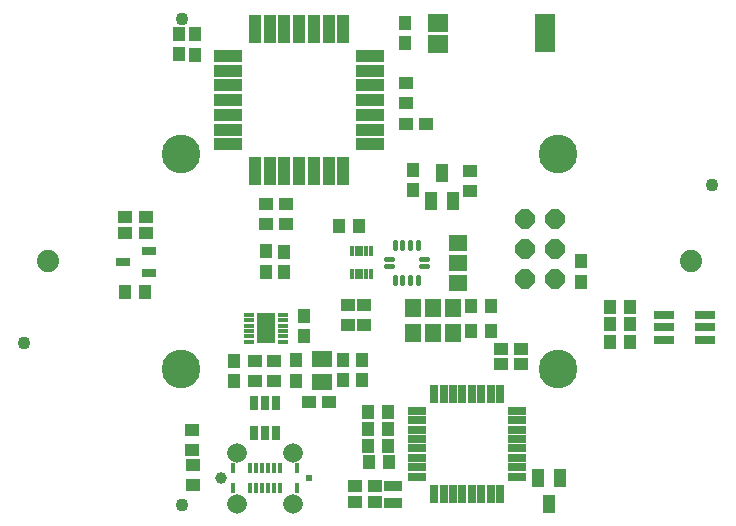
<source format=gbr>
G04 EAGLE Gerber RS-274X export*
G75*
%MOMM*%
%FSLAX34Y34*%
%LPD*%
%INSoldermask Top*%
%IPPOS*%
%AMOC8*
5,1,8,0,0,1.08239X$1,22.5*%
G01*
%ADD10C,3.276600*%
%ADD11C,1.886600*%
%ADD12R,2.401600X1.101600*%
%ADD13R,1.101600X2.401600*%
%ADD14R,0.701600X1.576600*%
%ADD15R,1.576600X0.701600*%
%ADD16R,0.326600X0.951600*%
%ADD17C,0.451600*%
%ADD18R,1.801600X1.551600*%
%ADD19R,1.801600X3.301600*%
%ADD20R,1.201600X1.101600*%
%ADD21R,1.101600X1.201600*%
%ADD22R,1.101600X1.501600*%
%ADD23R,1.401600X1.601600*%
%ADD24R,1.601600X1.401600*%
%ADD25R,1.251600X0.701600*%
%ADD26R,1.501600X0.851600*%
%ADD27R,0.951600X0.351600*%
%ADD28R,1.501600X2.601600*%
%ADD29R,1.701600X1.401600*%
%ADD30R,0.401600X0.971600*%
%ADD31C,0.621600*%
%ADD32C,1.661600*%
%ADD33C,0.991600*%
%ADD34R,1.701600X0.801600*%
%ADD35C,1.101600*%
%ADD36R,0.701600X1.301600*%
%ADD37P,1.759533X8X292.500000*%


D10*
X147828Y308102D03*
X147828Y126238D03*
X466852Y308102D03*
X466852Y126238D03*
D11*
X34830Y217260D03*
X579630Y217260D03*
D12*
X187620Y391210D03*
X187620Y378710D03*
X187620Y366210D03*
X187620Y353710D03*
X187620Y341210D03*
X187620Y328710D03*
X187620Y316210D03*
D13*
X210120Y293710D03*
X222620Y293710D03*
X235120Y293710D03*
X247620Y293710D03*
X260120Y293710D03*
X272620Y293710D03*
X285120Y293710D03*
D12*
X307620Y316210D03*
X307620Y328710D03*
X307620Y341210D03*
X307620Y353710D03*
X307620Y366210D03*
X307620Y378710D03*
X307620Y391210D03*
D13*
X285120Y413710D03*
X272620Y413710D03*
X260120Y413710D03*
X247620Y413710D03*
X235120Y413710D03*
X222620Y413710D03*
X210120Y413710D03*
D14*
X361914Y20402D03*
X369914Y20402D03*
X377914Y20402D03*
X385914Y20402D03*
X393914Y20402D03*
X401914Y20402D03*
X409914Y20402D03*
X417914Y20402D03*
D15*
X432294Y34782D03*
X432294Y42782D03*
X432294Y50782D03*
X432294Y58782D03*
X432294Y66782D03*
X432294Y74782D03*
X432294Y82782D03*
X432294Y90782D03*
D14*
X417914Y105162D03*
X409914Y105162D03*
X401914Y105162D03*
X393914Y105162D03*
X385914Y105162D03*
X377914Y105162D03*
X369914Y105162D03*
X361914Y105162D03*
D15*
X347534Y90782D03*
X347534Y82782D03*
X347534Y74782D03*
X347534Y66782D03*
X347534Y58782D03*
X347534Y50782D03*
X347534Y42782D03*
X347534Y34782D03*
D16*
X308230Y225590D03*
X304230Y225590D03*
X300230Y225590D03*
X296230Y225590D03*
X292230Y225590D03*
X292230Y206090D03*
X296230Y206090D03*
X300230Y206090D03*
X304230Y206090D03*
X308230Y206090D03*
D17*
X348080Y228530D02*
X348080Y233530D01*
X341580Y233530D02*
X341580Y228530D01*
X335080Y228530D02*
X335080Y233530D01*
X328580Y233530D02*
X328580Y228530D01*
X326080Y219530D02*
X321080Y219530D01*
X321080Y213030D02*
X326080Y213030D01*
X328580Y204030D02*
X328580Y199030D01*
X335080Y199030D02*
X335080Y204030D01*
X341580Y204030D02*
X341580Y199030D01*
X348080Y199030D02*
X348080Y204030D01*
X350580Y213030D02*
X355580Y213030D01*
X355580Y219530D02*
X350580Y219530D01*
D18*
X364950Y401410D03*
X364950Y418910D03*
D19*
X455950Y410160D03*
D20*
X337970Y351090D03*
X337970Y368090D03*
X338100Y333840D03*
X355100Y333840D03*
D21*
X337500Y401850D03*
X337500Y418850D03*
X146250Y392410D03*
X146250Y409410D03*
X159820Y392290D03*
X159820Y409290D03*
D22*
X368500Y291950D03*
X378000Y267950D03*
X359000Y267950D03*
D20*
X236430Y265420D03*
X236430Y248420D03*
X219840Y265600D03*
X219840Y248600D03*
D23*
X344180Y177780D03*
X361180Y177780D03*
X378180Y177780D03*
X344100Y156290D03*
X361100Y156290D03*
X378100Y156290D03*
D24*
X381930Y198660D03*
X381930Y215660D03*
X381930Y232660D03*
D20*
X288970Y180300D03*
X288970Y163300D03*
X302970Y180240D03*
X302970Y163240D03*
D21*
X281330Y247160D03*
X298330Y247160D03*
X220000Y225560D03*
X220000Y208560D03*
X234900Y225420D03*
X234900Y208420D03*
D25*
X120830Y207230D03*
X120830Y226230D03*
X98830Y216730D03*
D21*
X100570Y191560D03*
X117570Y191560D03*
D20*
X117580Y254870D03*
X100580Y254870D03*
X117620Y241120D03*
X100620Y241120D03*
X311540Y13550D03*
X294540Y13550D03*
X311620Y27240D03*
X294620Y27240D03*
D26*
X326750Y12870D03*
X326750Y27370D03*
D22*
X459200Y11560D03*
X449700Y33560D03*
X468700Y33560D03*
D27*
X234170Y149280D03*
X234170Y153780D03*
X234170Y158280D03*
X234170Y162780D03*
X234170Y167280D03*
X234170Y171780D03*
X205170Y171780D03*
X205170Y167280D03*
X205170Y162780D03*
X205170Y158280D03*
X205170Y153780D03*
X205170Y149280D03*
D28*
X219670Y160530D03*
D20*
X210630Y115930D03*
X210630Y132930D03*
X226720Y115960D03*
X226720Y132960D03*
D21*
X192690Y116040D03*
X192690Y133040D03*
X244850Y116290D03*
X244850Y133290D03*
X306500Y47420D03*
X323500Y47420D03*
X306200Y61190D03*
X323200Y61190D03*
X306130Y75490D03*
X323130Y75490D03*
X306110Y89500D03*
X323110Y89500D03*
X251950Y154240D03*
X251950Y171240D03*
D20*
X256140Y97740D03*
X273140Y97740D03*
D29*
X266770Y114680D03*
X266770Y134680D03*
D21*
X284690Y134010D03*
X284690Y117010D03*
X300920Y133900D03*
X300920Y116900D03*
D30*
X246240Y24880D03*
X231240Y24880D03*
X226240Y24880D03*
X221240Y24880D03*
X216240Y24880D03*
X211240Y24880D03*
X206240Y24880D03*
X191240Y24880D03*
X191240Y42180D03*
X206240Y42180D03*
X211240Y42180D03*
X216240Y42180D03*
X221240Y42180D03*
X226240Y42180D03*
X231240Y42180D03*
X246240Y42180D03*
D31*
X256240Y33530D03*
D32*
X242740Y55030D03*
X194740Y55030D03*
D33*
X181240Y33530D03*
D32*
X194740Y12030D03*
X242740Y12030D03*
D20*
X157370Y57420D03*
X157370Y74420D03*
X157600Y45180D03*
X157600Y28180D03*
D34*
X590940Y150870D03*
X590940Y161370D03*
X590940Y171870D03*
X556940Y171870D03*
X556940Y161370D03*
X556940Y150870D03*
D21*
X528130Y148850D03*
X511130Y148850D03*
X528210Y163870D03*
X511210Y163870D03*
X528210Y178930D03*
X511210Y178930D03*
D35*
X148870Y422350D03*
X148390Y11020D03*
X14740Y147940D03*
X597240Y282060D03*
D36*
X209380Y71920D03*
X218880Y71920D03*
X228380Y71920D03*
X228380Y96920D03*
X218880Y96920D03*
X209380Y96920D03*
D20*
X418410Y130100D03*
X435410Y130100D03*
X418300Y143040D03*
X435300Y143040D03*
D21*
X486000Y217100D03*
X486000Y200100D03*
D37*
X438600Y253000D03*
X464000Y253000D03*
X438600Y227600D03*
X464000Y227600D03*
X438600Y202200D03*
X464000Y202200D03*
D21*
X392900Y179400D03*
X409900Y179400D03*
X392900Y158300D03*
X409900Y158300D03*
X344400Y294400D03*
X344400Y277400D03*
D20*
X392600Y294100D03*
X392600Y277100D03*
M02*

</source>
